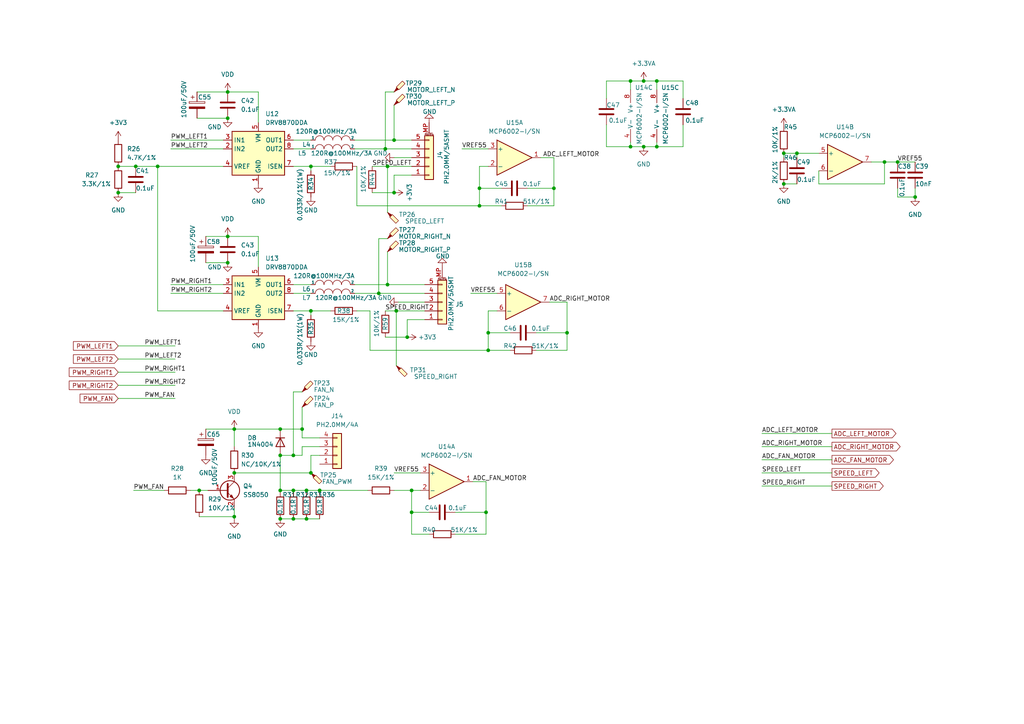
<source format=kicad_sch>
(kicad_sch (version 20230121) (generator eeschema)
  (paper "A4")
  (lib_symbols
    (symbol "Amplifier_Operational:MCP6002-xSN" (pin_names (offset 0.127))
      (property "Reference" "U" (at 0 5.08 0))
      (property "Value" "MCP6002-xSN" (at 0 -5.08 0))
      (symbol "MCP6002-xSN_1_1"
        (polyline (pts (xy -5.08 5.08) (xy 5.08 0) (xy -5.08 -5.08) (xy -5.08 5.08)) (stroke (width 0.254)) (fill (type background)))
        (pin output line (at 7.62 0 180) (length 2.54) (name "~") (number "1"))
        (pin input line (at -7.62 -2.54 0) (length 2.54) (name "-") (number "2"))
        (pin input line (at -7.62 2.54 0) (length 2.54) (name "+") (number "3"))
      )
      (symbol "MCP6002-xSN_2_1"
        (polyline (pts (xy -5.08 5.08) (xy 5.08 0) (xy -5.08 -5.08) (xy -5.08 5.08)) (stroke (width 0.254)) (fill (type background)))
        (pin input line (at -7.62 2.54 0) (length 2.54) (name "+") (number "5"))
        (pin input line (at -7.62 -2.54 0) (length 2.54) (name "-") (number "6"))
        (pin output line (at 7.62 0 180) (length 2.54) (name "~") (number "7"))
      )
      (symbol "MCP6002-xSN_3_1"
        (pin power_in line (at -2.54 -7.62 90) (length 3.81) (name "V-") (number "4"))
        (pin power_in line (at -2.54 7.62 270) (length 3.81) (name "V+") (number "8"))
      )
    )
    (symbol "Connector:TestPoint_Probe" (pin_numbers hide) (pin_names (offset 0.762) hide)
      (property "Reference" "TP" (at 1.651 5.842 0))
      (property "Value" "TestPoint_Probe" (at 1.651 4.064 0))
      (symbol "TestPoint_Probe_0_1"
        (polyline (pts (xy 1.27 0.762) (xy 0 0) (xy 0.762 1.27) (xy 1.27 0.762)) (fill (type outline)))
        (polyline (pts (xy 1.397 0.635) (xy 0.635 1.397) (xy 2.413 3.175) (xy 3.175 2.413) (xy 1.397 0.635)) (fill (type background)))
      )
      (symbol "TestPoint_Probe_1_1"
        (pin passive line (at 0 0 90) (length 0) (name "1") (number "1"))
      )
    )
    (symbol "Connector_Generic:Conn_01x04" (pin_names (offset 1.016) hide)
      (property "Reference" "J" (at 0 5.08 0))
      (property "Value" "Conn_01x04" (at 0 -7.62 0))
      (symbol "Conn_01x04_1_1"
        (rectangle (start -1.27 -4.953) (end 0 -5.207) (stroke (width 0.1524)))
        (rectangle (start -1.27 -2.413) (end 0 -2.667) (stroke (width 0.1524)))
        (rectangle (start -1.27 0.127) (end 0 -0.127) (stroke (width 0.1524)))
        (rectangle (start -1.27 2.667) (end 0 2.413) (stroke (width 0.1524)))
        (rectangle (start -1.27 3.81) (end 1.27 -6.35) (stroke (width 0.254)) (fill (type background)))
        (pin passive line (at -5.08 2.54 0) (length 3.81) (name "Pin_1") (number "1"))
        (pin passive line (at -5.08 0 0) (length 3.81) (name "Pin_2") (number "2"))
        (pin passive line (at -5.08 -2.54 0) (length 3.81) (name "Pin_3") (number "3"))
        (pin passive line (at -5.08 -5.08 0) (length 3.81) (name "Pin_4") (number "4"))
      )
    )
    (symbol "Connector_Generic_MountingPin:Conn_01x05_MountingPin" (pin_names (offset 1.016) hide)
      (property "Reference" "J" (at 0 7.62 0))
      (property "Value" "Conn_01x05_MountingPin" (at 1.27 -7.62 0))
      (symbol "Conn_01x05_MountingPin_1_1"
        (rectangle (start -1.27 -4.953) (end 0 -5.207) (stroke (width 0.1524)))
        (rectangle (start -1.27 -2.413) (end 0 -2.667) (stroke (width 0.1524)))
        (rectangle (start -1.27 0.127) (end 0 -0.127) (stroke (width 0.1524)))
        (rectangle (start -1.27 2.667) (end 0 2.413) (stroke (width 0.1524)))
        (rectangle (start -1.27 5.207) (end 0 4.953) (stroke (width 0.1524)))
        (rectangle (start -1.27 6.35) (end 1.27 -6.35) (stroke (width 0.254)) (fill (type background)))
        (polyline (pts (xy -1.016 -7.112) (xy 1.016 -7.112)) (stroke (width 0.1524)))
        (text "Mounting" (at 0 -6.731 0) (effects (font (size 0.381 0.381))))
        (pin passive line (at -5.08 5.08 0) (length 3.81) (name "Pin_1") (number "1"))
        (pin passive line (at -5.08 2.54 0) (length 3.81) (name "Pin_2") (number "2"))
        (pin passive line (at -5.08 0 0) (length 3.81) (name "Pin_3") (number "3"))
        (pin passive line (at -5.08 -2.54 0) (length 3.81) (name "Pin_4") (number "4"))
        (pin passive line (at -5.08 -5.08 0) (length 3.81) (name "Pin_5") (number "5"))
        (pin passive line (at 0 -10.16 90) (length 3.048) (name "MountPin") (number "MP"))
      )
    )
    (symbol "Device:C" (pin_numbers hide) (pin_names (offset 0.254))
      (property "Reference" "C" (at 0.635 2.54 0))
      (property "Value" "C" (at 0.635 -2.54 0))
      (symbol "C_0_1"
        (polyline (pts (xy -2.032 -0.762) (xy 2.032 -0.762)) (stroke (width 0.508)))
        (polyline (pts (xy -2.032 0.762) (xy 2.032 0.762)) (stroke (width 0.508)))
      )
      (symbol "C_1_1"
        (pin passive line (at 0 3.81 270) (length 2.794) (name "~") (number "1"))
        (pin passive line (at 0 -3.81 90) (length 2.794) (name "~") (number "2"))
      )
    )
    (symbol "Device:C_Polarized" (pin_numbers hide) (pin_names (offset 0.254))
      (property "Reference" "C" (at 0.635 2.54 0))
      (property "Value" "C_Polarized" (at 0.635 -2.54 0))
      (symbol "C_Polarized_0_1"
        (rectangle (start -2.286 0.508) (end 2.286 1.016))
        (polyline (pts (xy -1.778 2.286) (xy -0.762 2.286)))
        (polyline (pts (xy -1.27 2.794) (xy -1.27 1.778)))
        (rectangle (start 2.286 -0.508) (end -2.286 -1.016) (fill (type outline)))
      )
      (symbol "C_Polarized_1_1"
        (pin passive line (at 0 3.81 270) (length 2.794) (name "~") (number "1"))
        (pin passive line (at 0 -3.81 90) (length 2.794) (name "~") (number "2"))
      )
    )
    (symbol "Device:D" (pin_numbers hide) (pin_names (offset 1.016) hide)
      (property "Reference" "D" (at 0 2.54 0))
      (property "Value" "D" (at 0 -2.54 0))
      (symbol "D_0_1"
        (polyline (pts (xy -1.27 1.27) (xy -1.27 -1.27)) (stroke (width 0.254)))
        (polyline (pts (xy 1.27 0) (xy -1.27 0)))
        (polyline (pts (xy 1.27 1.27) (xy 1.27 -1.27) (xy -1.27 0) (xy 1.27 1.27)) (stroke (width 0.254)))
      )
      (symbol "D_1_1"
        (pin passive line (at -3.81 0 0) (length 2.54) (name "K") (number "1"))
        (pin passive line (at 3.81 0 180) (length 2.54) (name "A") (number "2"))
      )
    )
    (symbol "Device:Q_NPN_BEC" (pin_names (offset 0) hide)
      (property "Reference" "Q" (at 5.08 1.27 0))
      (property "Value" "Q_NPN_BEC" (at 5.08 -1.27 0))
      (symbol "Q_NPN_BEC_0_1"
        (polyline (pts (xy 0.635 0.635) (xy 2.54 2.54)))
        (polyline (pts (xy 0.635 -0.635) (xy 2.54 -2.54) (xy 2.54 -2.54)))
        (polyline (pts (xy 0.635 1.905) (xy 0.635 -1.905) (xy 0.635 -1.905)) (stroke (width 0.508)))
        (polyline (pts (xy 1.27 -1.778) (xy 1.778 -1.27) (xy 2.286 -2.286) (xy 1.27 -1.778) (xy 1.27 -1.778)) (fill (type outline)))
        (circle (center 1.27 0) (radius 2.8194) (stroke (width 0.254)))
      )
      (symbol "Q_NPN_BEC_1_1"
        (pin input line (at -5.08 0 0) (length 5.715) (name "B") (number "1"))
        (pin passive line (at 2.54 -5.08 90) (length 2.54) (name "E") (number "2"))
        (pin passive line (at 2.54 5.08 270) (length 2.54) (name "C") (number "3"))
      )
    )
    (symbol "Device:R" (pin_numbers hide) (pin_names (offset 0))
      (property "Reference" "R" (at 2.032 0 90))
      (property "Value" "R" (at 0 0 90))
      (symbol "R_0_1"
        (rectangle (start -1.016 -2.54) (end 1.016 2.54) (stroke (width 0.254)))
      )
      (symbol "R_1_1"
        (pin passive line (at 0 3.81 270) (length 1.27) (name "~") (number "1"))
        (pin passive line (at 0 -3.81 90) (length 1.27) (name "~") (number "2"))
      )
    )
    (symbol "Driver_Motor:DRV8870DDA"
      (property "Reference" "U" (at -6.35 6.35 0))
      (property "Value" "DRV8870DDA" (at 8.89 6.35 0))
      (symbol "DRV8870DDA_0_1"
        (rectangle (start -7.62 5.08) (end 7.62 -7.62) (stroke (width 0.254)) (fill (type background)))
      )
      (symbol "DRV8870DDA_1_1"
        (pin power_in line (at 0 -10.16 90) (length 2.54) (name "GND") (number "1"))
        (pin input line (at -10.16 0 0) (length 2.54) (name "IN2") (number "2"))
        (pin input line (at -10.16 2.54 0) (length 2.54) (name "IN1") (number "3"))
        (pin input line (at -10.16 -5.08 0) (length 2.54) (name "VREF") (number "4"))
        (pin power_in line (at 0 7.62 270) (length 2.54) (name "VM") (number "5"))
        (pin output line (at 10.16 2.54 180) (length 2.54) (name "OUT1") (number "6"))
        (pin passive line (at 10.16 -5.08 180) (length 2.54) (name "ISEN") (number "7"))
        (pin output line (at 10.16 0 180) (length 2.54) (name "OUT2") (number "8"))
        (pin passive line (at 0 -10.16 90) (length 2.54) hide (name "GND") (number "9"))
      )
    )
    (symbol "power:+3.3VA" (power) (pin_names (offset 0))
      (property "Value" "+3.3VA" (at 0 3.556 0))
      (symbol "+3.3VA_0_1"
        (polyline (pts (xy -0.762 1.27) (xy 0 2.54)))
        (polyline (pts (xy 0 0) (xy 0 2.54)))
        (polyline (pts (xy 0 2.54) (xy 0.762 1.27)))
      )
      (symbol "+3.3VA_1_1"
        (pin power_in line (at 0 0 90) (length 0) hide (name "+3.3VA") (number "1"))
      )
    )
    (symbol "power:+3V3" (power) (pin_names (offset 0))
      (property "Value" "+3V3" (at 0 3.556 0))
      (symbol "+3V3_0_1"
        (polyline (pts (xy -0.762 1.27) (xy 0 2.54)))
        (polyline (pts (xy 0 0) (xy 0 2.54)))
        (polyline (pts (xy 0 2.54) (xy 0.762 1.27)))
      )
      (symbol "+3V3_1_1"
        (pin power_in line (at 0 0 90) (length 0) hide (name "+3V3") (number "1"))
      )
    )
    (symbol "power:GND" (power) (pin_names (offset 0))
      (property "Value" "GND" (at 0 -3.81 0))
      (symbol "GND_0_1"
        (polyline (pts (xy 0 0) (xy 0 -1.27) (xy 1.27 -1.27) (xy 0 -2.54) (xy -1.27 -1.27) (xy 0 -1.27)))
      )
      (symbol "GND_1_1"
        (pin power_in line (at 0 0 270) (length 0) hide (name "GND") (number "1"))
      )
    )
    (symbol "power:VDD" (power) (pin_names (offset 0))
      (property "Value" "VDD" (at 0 3.81 0))
      (symbol "VDD_0_1"
        (polyline (pts (xy -0.762 1.27) (xy 0 2.54)))
        (polyline (pts (xy 0 0) (xy 0 2.54)))
        (polyline (pts (xy 0 2.54) (xy 0.762 1.27)))
      )
      (symbol "VDD_1_1"
        (pin power_in line (at 0 0 90) (length 0) hide (name "VDD") (number "1"))
      )
    )
    (symbol "pspice:INDUCTOR" (pin_numbers hide) (pin_names (offset 0))
      (property "Reference" "L" (at 0 2.54 0))
      (property "Value" "INDUCTOR" (at 0 -1.27 0))
      (symbol "INDUCTOR_0_1"
        (arc (start -2.54 0) (mid -3.81 1.2645) (end -5.08 0))
        (arc (start 0 0) (mid -1.27 1.2645) (end -2.54 0))
        (arc (start 2.54 0) (mid 1.27 1.2645) (end 0 0))
        (arc (start 5.08 0) (mid 3.81 1.2645) (end 2.54 0))
      )
      (symbol "INDUCTOR_1_1"
        (pin input line (at -6.35 0 0) (length 1.27) (name "1") (number "1"))
        (pin input line (at 6.35 0 180) (length 1.27) (name "2") (number "2"))
      )
    )
  )
  (junction (at 118.11 97.79))
  (junction (at 39.37 48.26))
  (junction (at 90.17 48.26))
  (junction (at 66.04 68.58))
  (junction (at 140.97 148.59))
  (junction (at 88.9 150.495))
  (junction (at 186.69 23.495))
  (junction (at 139.065 54.61))
  (junction (at 88.9 142.24))
  (junction (at 256.54 46.99))
  (junction (at 85.09 150.495))
  (junction (at 45.72 48.26))
  (junction (at 85.09 132.08))
  (junction (at 81.28 150.495))
  (junction (at 160.655 54.61))
  (junction (at 119.38 148.59))
  (junction (at 85.09 142.24))
  (junction (at 67.945 137.16))
  (junction (at 182.88 23.495))
  (junction (at 114.935 90.17))
  (junction (at 81.28 124.46))
  (junction (at 67.945 149.86))
  (junction (at 57.785 142.24))
  (junction (at 190.5 42.545))
  (junction (at 164.465 96.52))
  (junction (at 114.3 55.88))
  (junction (at 67.945 124.46))
  (junction (at 34.29 48.26))
  (junction (at 231.14 44.45))
  (junction (at 119.38 142.24))
  (junction (at 265.43 57.15))
  (junction (at 112.395 48.26))
  (junction (at 227.33 53.34))
  (junction (at 227.33 44.45))
  (junction (at 111.76 43.18))
  (junction (at 141.605 96.52))
  (junction (at 260.35 46.99))
  (junction (at 141.605 101.6))
  (junction (at 81.28 132.08))
  (junction (at 34.29 55.88))
  (junction (at 109.855 85.09))
  (junction (at 139.065 59.69))
  (junction (at 182.88 42.545))
  (junction (at 186.69 42.545))
  (junction (at 114.3 40.64))
  (junction (at 90.17 90.17))
  (junction (at 92.71 142.24))
  (junction (at 190.5 23.495))
  (junction (at 87.63 124.46))
  (junction (at 112.395 82.55))
  (junction (at 81.28 142.24))
  (junction (at 66.04 76.2))
  (junction (at 90.17 137.16))
  (junction (at 66.04 26.67))
  (junction (at 66.04 34.29))
  (wire (pts (xy 90.17 132.08) (xy 90.17 137.16)))
  (wire (pts (xy 123.19 87.63) (xy 115.57 87.63)))
  (wire (pts (xy 141.605 96.52) (xy 141.605 90.17)))
  (wire (pts (xy 112.395 69.215) (xy 109.855 69.215)))
  (wire (pts (xy 85.09 142.24) (xy 85.09 142.875)))
  (wire (pts (xy 220.98 133.35) (xy 241.3 133.35)))
  (wire (pts (xy 139.065 59.69) (xy 139.065 54.61)))
  (wire (pts (xy 119.38 142.24) (xy 119.38 148.59)))
  (wire (pts (xy 132.08 154.94) (xy 140.97 154.94)))
  (wire (pts (xy 64.77 90.17) (xy 45.72 90.17)))
  (wire (pts (xy 88.9 142.24) (xy 92.71 142.24)))
  (wire (pts (xy 119.38 148.59) (xy 124.46 148.59)))
  (wire (pts (xy 111.76 43.18) (xy 119.38 43.18)))
  (wire (pts (xy 114.3 40.64) (xy 119.38 40.64)))
  (wire (pts (xy 87.63 124.46) (xy 81.28 124.46)))
  (wire (pts (xy 112.395 73.025) (xy 112.395 82.55)))
  (wire (pts (xy 114.3 26.67) (xy 111.76 26.67)))
  (wire (pts (xy 160.655 45.72) (xy 156.845 45.72)))
  (wire (pts (xy 92.71 142.24) (xy 106.68 142.24)))
  (wire (pts (xy 260.35 57.15) (xy 265.43 57.15)))
  (wire (pts (xy 175.895 36.195) (xy 175.895 42.545)))
  (wire (pts (xy 112.395 82.55) (xy 123.19 82.55)))
  (wire (pts (xy 265.43 54.61) (xy 265.43 57.15)))
  (wire (pts (xy 59.69 124.46) (xy 67.945 124.46)))
  (wire (pts (xy 107.315 101.6) (xy 141.605 101.6)))
  (wire (pts (xy 49.53 40.64) (xy 64.77 40.64)))
  (wire (pts (xy 114.3 137.16) (xy 121.92 137.16)))
  (wire (pts (xy 182.88 23.495) (xy 186.69 23.495)))
  (wire (pts (xy 260.35 54.61) (xy 260.35 57.15)))
  (wire (pts (xy 153.035 54.61) (xy 160.655 54.61)))
  (wire (pts (xy 87.63 127) (xy 92.71 127)))
  (wire (pts (xy 140.97 139.7) (xy 137.16 139.7)))
  (wire (pts (xy 66.04 26.67) (xy 74.93 26.67)))
  (wire (pts (xy 132.08 148.59) (xy 140.97 148.59)))
  (wire (pts (xy 74.93 68.58) (xy 74.93 77.47)))
  (wire (pts (xy 220.98 129.54) (xy 241.3 129.54)))
  (wire (pts (xy 141.605 90.17) (xy 144.145 90.17)))
  (wire (pts (xy 118.11 92.71) (xy 118.11 97.79)))
  (wire (pts (xy 34.29 55.88) (xy 39.37 55.88)))
  (wire (pts (xy 85.09 85.09) (xy 90.17 85.09)))
  (wire (pts (xy 160.655 59.69) (xy 160.655 54.61)))
  (wire (pts (xy 256.54 46.99) (xy 260.35 46.99)))
  (wire (pts (xy 45.72 48.26) (xy 45.72 90.17)))
  (wire (pts (xy 182.88 23.495) (xy 182.88 26.035)))
  (wire (pts (xy 87.63 127) (xy 87.63 124.46)))
  (wire (pts (xy 114.3 30.48) (xy 114.3 40.64)))
  (wire (pts (xy 198.12 23.495) (xy 190.5 23.495)))
  (wire (pts (xy 175.895 42.545) (xy 182.88 42.545)))
  (wire (pts (xy 49.53 43.18) (xy 64.77 43.18)))
  (wire (pts (xy 85.09 142.24) (xy 88.9 142.24)))
  (wire (pts (xy 39.37 48.26) (xy 45.72 48.26)))
  (wire (pts (xy 85.09 43.18) (xy 90.17 43.18)))
  (wire (pts (xy 145.415 59.69) (xy 139.065 59.69)))
  (wire (pts (xy 136.525 85.09) (xy 144.145 85.09)))
  (wire (pts (xy 85.09 132.08) (xy 87.63 132.08)))
  (wire (pts (xy 155.575 101.6) (xy 164.465 101.6)))
  (wire (pts (xy 67.945 147.32) (xy 67.945 149.86)))
  (wire (pts (xy 237.49 53.34) (xy 256.54 53.34)))
  (wire (pts (xy 124.46 154.94) (xy 119.38 154.94)))
  (wire (pts (xy 190.5 42.545) (xy 198.12 42.545)))
  (wire (pts (xy 81.28 150.495) (xy 85.09 150.495)))
  (wire (pts (xy 186.69 23.495) (xy 190.5 23.495)))
  (wire (pts (xy 74.93 26.67) (xy 74.93 35.56)))
  (wire (pts (xy 141.605 101.6) (xy 141.605 96.52)))
  (wire (pts (xy 67.945 124.46) (xy 67.945 129.54)))
  (wire (pts (xy 220.98 125.73) (xy 241.3 125.73)))
  (wire (pts (xy 175.895 23.495) (xy 182.88 23.495)))
  (wire (pts (xy 190.5 42.545) (xy 186.69 42.545)))
  (wire (pts (xy 114.3 50.8) (xy 114.3 55.88)))
  (wire (pts (xy 190.5 41.275) (xy 190.5 42.545)))
  (wire (pts (xy 88.9 142.24) (xy 88.9 142.875)))
  (wire (pts (xy 133.985 43.18) (xy 141.605 43.18)))
  (wire (pts (xy 164.465 87.63) (xy 159.385 87.63)))
  (wire (pts (xy 85.09 40.64) (xy 90.17 40.64)))
  (wire (pts (xy 81.28 142.24) (xy 85.09 142.24)))
  (wire (pts (xy 34.29 104.14) (xy 50.8 104.14)))
  (wire (pts (xy 198.12 42.545) (xy 198.12 36.195)))
  (wire (pts (xy 90.17 48.26) (xy 95.885 48.26)))
  (wire (pts (xy 90.17 132.08) (xy 92.71 132.08)))
  (wire (pts (xy 237.49 49.53) (xy 237.49 53.34)))
  (wire (pts (xy 90.17 49.53) (xy 90.17 48.26)))
  (wire (pts (xy 164.465 101.6) (xy 164.465 96.52)))
  (wire (pts (xy 87.63 132.08) (xy 87.63 129.54)))
  (wire (pts (xy 139.065 54.61) (xy 139.065 48.26)))
  (wire (pts (xy 182.88 42.545) (xy 182.88 41.275)))
  (wire (pts (xy 190.5 26.035) (xy 190.5 23.495)))
  (wire (pts (xy 141.605 96.52) (xy 147.955 96.52)))
  (wire (pts (xy 102.87 82.55) (xy 112.395 82.55)))
  (wire (pts (xy 114.935 90.17) (xy 114.935 106.045)))
  (wire (pts (xy 57.15 26.67) (xy 66.04 26.67)))
  (wire (pts (xy 90.17 91.44) (xy 90.17 90.17)))
  (wire (pts (xy 81.28 142.24) (xy 81.28 142.875)))
  (wire (pts (xy 57.785 149.86) (xy 67.945 149.86)))
  (wire (pts (xy 85.09 48.26) (xy 90.17 48.26)))
  (wire (pts (xy 114.935 90.17) (xy 123.19 90.17)))
  (wire (pts (xy 256.54 53.34) (xy 256.54 46.99)))
  (wire (pts (xy 231.14 44.45) (xy 231.14 45.72)))
  (wire (pts (xy 227.33 53.34) (xy 231.14 53.34)))
  (wire (pts (xy 87.63 113.665) (xy 85.09 113.665)))
  (wire (pts (xy 140.97 154.94) (xy 140.97 148.59)))
  (wire (pts (xy 81.28 132.08) (xy 85.09 132.08)))
  (wire (pts (xy 87.63 129.54) (xy 92.71 129.54)))
  (wire (pts (xy 59.69 68.58) (xy 66.04 68.58)))
  (wire (pts (xy 153.035 59.69) (xy 160.655 59.69)))
  (wire (pts (xy 34.29 100.33) (xy 50.8 100.33)))
  (wire (pts (xy 119.38 45.72) (xy 114.3 45.72)))
  (wire (pts (xy 88.9 150.495) (xy 92.71 150.495)))
  (wire (pts (xy 256.54 46.99) (xy 252.73 46.99)))
  (wire (pts (xy 45.72 48.26) (xy 64.77 48.26)))
  (wire (pts (xy 107.315 90.17) (xy 107.315 101.6)))
  (wire (pts (xy 160.655 54.61) (xy 160.655 45.72)))
  (wire (pts (xy 107.315 90.17) (xy 103.505 90.17)))
  (wire (pts (xy 111.76 26.67) (xy 111.76 43.18)))
  (wire (pts (xy 111.76 90.17) (xy 114.935 90.17)))
  (wire (pts (xy 260.35 46.99) (xy 265.43 46.99)))
  (wire (pts (xy 227.33 45.72) (xy 227.33 44.45)))
  (wire (pts (xy 85.09 150.495) (xy 88.9 150.495)))
  (wire (pts (xy 85.09 90.17) (xy 90.17 90.17)))
  (wire (pts (xy 57.15 34.29) (xy 66.04 34.29)))
  (wire (pts (xy 49.53 82.55) (xy 64.77 82.55)))
  (wire (pts (xy 139.065 48.26) (xy 141.605 48.26)))
  (wire (pts (xy 114.3 50.8) (xy 119.38 50.8)))
  (wire (pts (xy 119.38 148.59) (xy 119.38 154.94)))
  (wire (pts (xy 90.17 90.17) (xy 95.885 90.17)))
  (wire (pts (xy 109.855 69.215) (xy 109.855 85.09)))
  (wire (pts (xy 57.785 142.24) (xy 60.325 142.24)))
  (wire (pts (xy 164.465 96.52) (xy 164.465 87.63)))
  (wire (pts (xy 220.98 137.16) (xy 241.3 137.16)))
  (wire (pts (xy 155.575 96.52) (xy 164.465 96.52)))
  (wire (pts (xy 34.29 111.76) (xy 50.8 111.76)))
  (wire (pts (xy 107.95 55.88) (xy 114.3 55.88)))
  (wire (pts (xy 140.97 148.59) (xy 140.97 139.7)))
  (wire (pts (xy 85.09 113.665) (xy 85.09 132.08)))
  (wire (pts (xy 34.29 107.95) (xy 50.8 107.95)))
  (wire (pts (xy 112.395 48.26) (xy 119.38 48.26)))
  (wire (pts (xy 231.14 44.45) (xy 237.49 44.45)))
  (wire (pts (xy 103.505 59.69) (xy 139.065 59.69)))
  (wire (pts (xy 34.29 115.57) (xy 50.8 115.57)))
  (wire (pts (xy 175.895 28.575) (xy 175.895 23.495)))
  (wire (pts (xy 34.29 48.26) (xy 39.37 48.26)))
  (wire (pts (xy 38.735 142.24) (xy 47.625 142.24)))
  (wire (pts (xy 103.505 48.26) (xy 103.505 59.69)))
  (wire (pts (xy 67.945 150.495) (xy 67.945 149.86)))
  (wire (pts (xy 119.38 142.24) (xy 121.92 142.24)))
  (wire (pts (xy 92.71 142.24) (xy 92.71 142.875)))
  (wire (pts (xy 87.63 118.11) (xy 87.63 124.46)))
  (wire (pts (xy 220.98 140.97) (xy 241.3 140.97)))
  (wire (pts (xy 102.87 40.64) (xy 114.3 40.64)))
  (wire (pts (xy 186.69 42.545) (xy 182.88 42.545)))
  (wire (pts (xy 147.955 101.6) (xy 141.605 101.6)))
  (wire (pts (xy 111.76 97.79) (xy 118.11 97.79)))
  (wire (pts (xy 85.09 82.55) (xy 90.17 82.55)))
  (wire (pts (xy 145.415 54.61) (xy 139.065 54.61)))
  (wire (pts (xy 81.28 132.08) (xy 81.28 142.24)))
  (wire (pts (xy 102.87 43.18) (xy 111.76 43.18)))
  (wire (pts (xy 59.69 76.2) (xy 66.04 76.2)))
  (wire (pts (xy 66.04 68.58) (xy 74.93 68.58)))
  (wire (pts (xy 114.3 142.24) (xy 119.38 142.24)))
  (wire (pts (xy 55.245 142.24) (xy 57.785 142.24)))
  (wire (pts (xy 112.395 48.26) (xy 112.395 61.595)))
  (wire (pts (xy 118.11 92.71) (xy 123.19 92.71)))
  (wire (pts (xy 107.95 48.26) (xy 112.395 48.26)))
  (wire (pts (xy 67.945 137.16) (xy 90.17 137.16)))
  (wire (pts (xy 67.945 124.46) (xy 81.28 124.46)))
  (wire (pts (xy 109.855 85.09) (xy 123.19 85.09)))
  (wire (pts (xy 198.12 28.575) (xy 198.12 23.495)))
  (wire (pts (xy 49.53 85.09) (xy 64.77 85.09)))
  (wire (pts (xy 227.33 44.45) (xy 231.14 44.45)))
  (wire (pts (xy 102.87 85.09) (xy 109.855 85.09)))
  (label "VREF55" (at 114.3 137.16 0))
  (label "ADC_RIGHT_MOTOR" (at 159.385 87.63 0))
  (label "VREF55" (at 133.985 43.18 0))
  (label "ADC_FAN_MOTOR" (at 137.16 139.7 0))
  (label "PWM_LEFT2" (at 41.91 104.14 0))
  (label "ADC_RIGHT_MOTOR" (at 220.98 129.54 0))
  (label "SPEED_LEFT" (at 220.98 137.16 0))
  (label "VREF55" (at 260.35 46.99 0))
  (label "VREF55" (at 136.525 85.09 0))
  (label "PWM_FAN" (at 41.91 115.57 0))
  (label "SPEED_RIGHT" (at 220.98 140.97 0))
  (label "SPEED_RIGHT" (at 111.76 90.17 0))
  (label "PWM_LEFT1" (at 49.53 40.64 0))
  (label "SPEED_LEFT" (at 107.95 48.26 0))
  (label "PWM_RIGHT2" (at 41.91 111.76 0))
  (label "ADC_FAN_MOTOR" (at 220.98 133.35 0))
  (label "PWM_RIGHT1" (at 49.53 82.55 0))
  (label "PWM_LEFT1" (at 41.91 100.33 0))
  (label "PWM_LEFT2" (at 49.53 43.18 0))
  (label "ADC_LEFT_MOTOR" (at 157.48 45.72 0))
  (label "PWM_RIGHT1" (at 41.91 107.95 0))
  (label "PWM_RIGHT2" (at 49.53 85.09 0))
  (label "PWM_FAN" (at 38.735 142.24 0))
  (label "ADC_LEFT_MOTOR" (at 220.98 125.73 0))
  (global_label "PWM_FAN" (shape input) (at 34.29 115.57 180) (property "Intersheetrefs" "${INTERSHEET_REFS}" (effects hide)))
  (global_label "ADC_FAN_MOTOR" (shape output) (at 241.3 133.35 0) (property "Intersheetrefs" "${INTERSHEET_REFS}" (effects hide)))
  (global_label "PWM_RIGHT2" (shape input) (at 34.29 111.76 180) (property "Intersheetrefs" "${INTERSHEET_REFS}" (effects hide)))
  (global_label "ADC_LEFT_MOTOR" (shape output) (at 241.3 125.73 0) (property "Intersheetrefs" "${INTERSHEET_REFS}" (effects hide)))
  (global_label "PWM_LEFT2" (shape input) (at 34.29 104.14 180) (property "Intersheetrefs" "${INTERSHEET_REFS}" (effects hide)))
  (global_label "ADC_RIGHT_MOTOR" (shape output) (at 241.3 129.54 0) (property "Intersheetrefs" "${INTERSHEET_REFS}" (effects hide)))
  (global_label "SPEED_LEFT" (shape output) (at 241.3 137.16 0) (property "Intersheetrefs" "${INTERSHEET_REFS}" (effects hide)))
  (global_label "PWM_RIGHT1" (shape input) (at 34.29 107.95 180) (property "Intersheetrefs" "${INTERSHEET_REFS}" (effects hide)))
  (global_label "SPEED_RIGHT" (shape output) (at 241.3 140.97 0) (property "Intersheetrefs" "${INTERSHEET_REFS}" (effects hide)))
  (global_label "PWM_LEFT1" (shape input) (at 34.29 100.33 180) (property "Intersheetrefs" "${INTERSHEET_REFS}" (effects hide)))
  (symbol (lib_id "Connector:TestPoint_Probe") (at 112.395 73.025 0) (unit 1)
    (property "Reference" "TP28" (at 118.11 70.485 0))
    (property "Value" "MOTOR_RIGHT_P" (at 123.19 72.39 0))
    (property "Footprint" "TestPoint:TestPoint_Pad_D1.0mm" (effects hide))
  )
  (symbol (lib_id "Device:C") (at 66.04 72.39 0) (unit 1)
    (property "Reference" "C43" (at 69.85 71.1199 0) (effects (justify left)))
    (property "Value" "0.1uF" (at 69.85 73.6599 0) (effects (justify left)))
    (property "Footprint" "Capacitor_SMD:C_0603_1608Metric" (effects hide))
  )
  (symbol (lib_id "Device:C") (at 151.765 96.52 90) (unit 1)
    (property "Reference" "C46" (at 147.955 95.25 90))
    (property "Value" "0.1uF" (at 156.845 95.25 90))
    (property "Footprint" "Capacitor_SMD:C_0603_1608Metric" (effects hide))
  )
  (symbol (lib_id "Device:C") (at 231.14 49.53 0) (unit 1)
    (property "Reference" "C49" (at 231.14 46.99 0) (effects (justify left)))
    (property "Value" "0.1uF" (at 231.14 52.07 0) (effects (justify left)))
    (property "Footprint" "Capacitor_SMD:C_0603_1608Metric" (effects hide))
  )
  (symbol (lib_id "Amplifier_Operational:MCP6002-xSN") (at 149.225 45.72 0) (unit 1)
    (property "Reference" "U15" (at 149.225 35.56 0))
    (property "Value" "MCP6002-I/SN" (at 149.225 38.1 0))
    (property "Footprint" "Package_SO:SOIC-8_3.9x4.9mm_P1.27mm" (effects hide))
    (property "Datasheet" "http://ww1.microchip.com/downloads/en/DeviceDoc/21733j.pdf" (effects hide))
  )
  (symbol (lib_id "Device:R") (at 57.785 146.05 180) (unit 1)
    (property "Reference" "R29" (at 60.325 144.7799 0) (effects (justify right)))
    (property "Value" "10K/1%" (at 60.325 147.3199 0) (effects (justify right)))
    (property "Footprint" "Resistor_SMD:R_0603_1608Metric" (effects hide))
  )
  (symbol (lib_id "Device:C") (at 175.895 32.385 0) (unit 1)
    (property "Reference" "C47" (at 175.895 30.48 0) (effects (justify left)))
    (property "Value" "0.1uF" (at 176.53 34.925 0) (effects (justify left)))
    (property "Footprint" "Capacitor_SMD:C_0603_1608Metric" (effects hide))
  )
  (symbol (lib_id "Device:R") (at 227.33 49.53 0) (unit 1)
    (property "Reference" "R46" (at 227.33 45.72 0) (effects (justify left)))
    (property "Value" "2K/1%" (at 224.79 53.34 90) (effects (justify left)))
    (property "Footprint" "Resistor_SMD:R_0603_1608Metric" (effects hide))
  )
  (symbol (lib_id "power:GND") (at 74.93 53.34 0) (unit 1)
    (property "Reference" "#PWR0161" (effects hide))
    (property "Value" "GND" (at 74.93 58.42 0))
  )
  (symbol (lib_id "Device:R") (at 110.49 142.24 90) (unit 1)
    (property "Reference" "R39" (at 110.49 135.89 90))
    (property "Value" "15K/1%" (at 110.49 138.43 90))
    (property "Footprint" "Resistor_SMD:R_0603_1608Metric" (effects hide))
  )
  (symbol (lib_id "Device:R") (at 90.17 95.25 0) (unit 1)
    (property "Reference" "R35" (at 90.17 97.155 90) (effects (justify left)))
    (property "Value" "0.033R/1%(1W)" (at 86.995 106.045 90) (effects (justify left)))
    (property "Footprint" "Resistor_SMD:R_1206_3216Metric" (effects hide))
  )
  (symbol (lib_id "Device:R") (at 111.76 93.98 0) (unit 1)
    (property "Reference" "R59" (at 111.76 95.885 90) (effects (justify left)))
    (property "Value" "10K/1%" (at 109.22 97.79 90) (effects (justify left)))
    (property "Footprint" "Resistor_SMD:R_0603_1608Metric" (effects hide))
  )
  (symbol (lib_id "power:+3V3") (at 118.11 97.79 270) (unit 1)
    (property "Reference" "#PWR0149" (effects hide))
    (property "Value" "+3V3" (at 121.285 97.7899 90) (effects (justify left)))
  )
  (symbol (lib_id "Amplifier_Operational:MCP6002-xSN") (at 151.765 87.63 0) (unit 2)
    (property "Reference" "U15" (at 151.765 76.835 0))
    (property "Value" "MCP6002-I/SN" (at 151.765 79.375 0))
    (property "Footprint" "Package_SO:SOIC-8_3.9x4.9mm_P1.27mm" (effects hide))
    (property "Datasheet" "http://ww1.microchip.com/downloads/en/DeviceDoc/21733j.pdf" (effects hide))
  )
  (symbol (lib_id "power:GND") (at 67.945 150.495 0) (unit 1)
    (property "Reference" "#PWR0164" (effects hide))
    (property "Value" "GND" (at 67.945 155.575 0))
  )
  (symbol (lib_id "Driver_Motor:DRV8870DDA") (at 74.93 85.09 0) (unit 1)
    (property "Reference" "U13" (at 76.9494 74.93 0) (effects (justify left)))
    (property "Value" "DRV8870DDA" (at 76.9494 77.47 0) (effects (justify left)))
    (property "Footprint" "Package_SO:Texas_HTSOP-8-1EP_3.9x4.9mm_P1.27mm_EP2.95x4.9mm_Mask2.4x3.1mm_ThermalVias" (effects hide))
    (property "Datasheet" "http://www.ti.com/lit/ds/symlink/drv8870.pdf" (effects hide))
  )
  (symbol (lib_id "power:+3V3") (at 34.29 40.64 0) (unit 1)
    (property "Reference" "#PWR0183" (effects hide))
    (property "Value" "+3V3" (at 34.29 35.56 0))
  )
  (symbol (lib_id "Amplifier_Operational:MCP6002-xSN") (at 129.54 139.7 0) (unit 1)
    (property "Reference" "U14" (at 129.54 129.54 0))
    (property "Value" "MCP6002-I/SN" (at 129.54 132.08 0))
    (property "Footprint" "Package_SO:SOIC-8_3.9x4.9mm_P1.27mm" (effects hide))
    (property "Datasheet" "http://ww1.microchip.com/downloads/en/DeviceDoc/21733j.pdf" (effects hide))
  )
  (symbol (lib_id "power:GND") (at 186.69 42.545 0) (unit 1)
    (property "Reference" "#PWR0169" (effects hide))
    (property "Value" "GND" (at 186.69 47.625 0))
  )
  (symbol (lib_id "power:GND") (at 34.29 55.88 0) (unit 1)
    (property "Reference" "#PWR0184" (effects hide))
    (property "Value" "GND" (at 34.29 60.96 0))
  )
  (symbol (lib_id "Driver_Motor:DRV8870DDA") (at 74.93 43.18 0) (unit 1)
    (property "Reference" "U12" (at 76.9494 33.02 0) (effects (justify left)))
    (property "Value" "DRV8870DDA" (at 76.9494 35.56 0) (effects (justify left)))
    (property "Footprint" "Package_SO:Texas_HTSOP-8-1EP_3.9x4.9mm_P1.27mm_EP2.95x4.9mm_Mask2.4x3.1mm_ThermalVias" (effects hide))
    (property "Datasheet" "http://www.ti.com/lit/ds/symlink/drv8870.pdf" (effects hide))
  )
  (symbol (lib_id "Device:R") (at 99.695 48.26 90) (unit 1)
    (property "Reference" "R37" (at 95.885 46.99 90))
    (property "Value" "15K/1%" (at 97.79 50.165 90))
    (property "Footprint" "Resistor_SMD:R_0603_1608Metric" (effects hide))
  )
  (symbol (lib_id "power:GND") (at 66.04 34.29 0) (unit 1)
    (property "Reference" "#PWR0173" (effects hide))
    (property "Value" "GND" (at 62.23 36.83 0))
  )
  (symbol (lib_id "Device:C_Polarized") (at 57.15 30.48 0) (unit 1)
    (property "Reference" "C55" (at 57.404 28.194 0) (effects (justify left)))
    (property "Value" "100uF/50V" (at 53.34 34.29 90) (effects (justify left)))
    (property "Footprint" "Capacitor_SMD:CP_Elec_6.3x7.7" (effects hide))
  )
  (symbol (lib_id "Device:R") (at 227.33 40.64 0) (unit 1)
    (property "Reference" "R45" (at 227.33 36.83 0) (effects (justify left)))
    (property "Value" "10K/1%" (at 224.79 44.45 90) (effects (justify left)))
    (property "Footprint" "Resistor_SMD:R_0603_1608Metric" (effects hide))
  )
  (symbol (lib_id "power:+3.3VA") (at 227.33 36.83 0) (unit 1)
    (property "Reference" "#PWR0179" (effects hide))
    (property "Value" "+3.3VA" (at 227.33 31.75 0))
  )
  (symbol (lib_id "power:GND") (at 114.3 45.72 270) (unit 1)
    (property "Reference" "#PWR0127" (effects hide))
    (property "Value" "GND" (at 112.395 44.45 90) (effects (justify right)))
  )
  (symbol (lib_id "Connector_Generic_MountingPin:Conn_01x05_MountingPin") (at 124.46 45.72 0) (mirror x) (unit 1)
    (property "Reference" "J4" (at 127.635 43.815 90) (effects (justify left)))
    (property "Value" "PH2.0MM/5ASMT" (at 129.54 37.465 90) (effects (justify left)))
    (property "Footprint" "Connector_JST:JST_PH_B5B-PH-SM4-TB_1x05-1MP_P2.00mm_Vertical" (effects hide))
  )
  (symbol (lib_id "power:GND") (at 90.17 57.15 0) (unit 1)
    (property "Reference" "#PWR0172" (effects hide))
    (property "Value" "GND" (at 90.17 60.96 0))
  )
  (symbol (lib_id "power:GND") (at 115.57 87.63 270) (unit 1)
    (property "Reference" "#PWR0126" (effects hide))
    (property "Value" "GND" (at 113.665 86.36 90) (effects (justify right)))
  )
  (symbol (lib_id "Device:C") (at 149.225 54.61 90) (unit 1)
    (property "Reference" "C45" (at 145.415 53.34 90))
    (property "Value" "0.1uF" (at 154.305 53.34 90))
    (property "Footprint" "Capacitor_SMD:C_0603_1608Metric" (effects hide))
  )
  (symbol (lib_id "Connector:TestPoint_Probe") (at 87.63 113.665 0) (unit 1)
    (property "Reference" "TP23" (at 93.345 111.125 0))
    (property "Value" "FAN_N" (at 93.98 113.03 0))
    (property "Footprint" "TestPoint:TestPoint_Pad_D1.0mm" (effects hide))
  )
  (symbol (lib_id "Device:R") (at 128.27 154.94 90) (unit 1)
    (property "Reference" "R40" (at 124.46 153.67 90))
    (property "Value" "51K/1%" (at 134.62 153.67 90))
    (property "Footprint" "Resistor_SMD:R_0603_1608Metric" (effects hide))
  )
  (symbol (lib_id "Device:C") (at 66.04 30.48 0) (unit 1)
    (property "Reference" "C42" (at 69.85 29.2099 0) (effects (justify left)))
    (property "Value" "0.1uF" (at 69.85 31.7499 0) (effects (justify left)))
    (property "Footprint" "Capacitor_SMD:C_0603_1608Metric" (effects hide))
  )
  (symbol (lib_id "Device:R") (at 149.225 59.69 90) (unit 1)
    (property "Reference" "R41" (at 145.415 58.42 90))
    (property "Value" "51K/1%" (at 155.575 58.42 90))
    (property "Footprint" "Resistor_SMD:R_0603_1608Metric" (effects hide))
  )
  (symbol (lib_id "Amplifier_Operational:MCP6002-xSN") (at 193.04 33.655 0) (unit 3)
    (property "Reference" "U15" (at 191.77 25.4 0) (effects (justify left)))
    (property "Value" "MCP6002-I/SN" (at 193.04 41.91 90) (effects (justify left)))
    (property "Footprint" "Package_SO:SOIC-8_3.9x4.9mm_P1.27mm" (effects hide))
    (property "Datasheet" "http://ww1.microchip.com/downloads/en/DeviceDoc/21733j.pdf" (effects hide))
  )
  (symbol (lib_id "pspice:INDUCTOR") (at 96.52 82.55 0) (unit 1)
    (property "Reference" "L6" (at 88.9 83.82 0))
    (property "Value" "120R@100MHz/3A" (at 93.98 80.01 0))
    (property "Footprint" "Inductor_SMD:L_1206_3216Metric" (effects hide))
  )
  (symbol (lib_id "Device:Q_NPN_BEC") (at 65.405 142.24 0) (unit 1)
    (property "Reference" "Q4" (at 70.485 140.9699 0) (effects (justify left)))
    (property "Value" "SS8050" (at 70.485 143.5099 0) (effects (justify left)))
    (property "Footprint" "Package_TO_SOT_SMD:SOT-23" (effects hide))
  )
  (symbol (lib_id "power:GND") (at 128.27 77.47 180) (unit 1)
    (property "Reference" "#PWR0156" (effects hide))
    (property "Value" "GND" (at 126.365 74.295 0) (effects (justify right)))
  )
  (symbol (lib_id "Device:R") (at 90.17 53.34 0) (unit 1)
    (property "Reference" "R34" (at 90.17 55.245 90) (effects (justify left)))
    (property "Value" "0.033R/1%(1W)" (at 86.995 64.135 90) (effects (justify left)))
    (property "Footprint" "Resistor_SMD:R_1206_3216Metric" (effects hide))
  )
  (symbol (lib_id "Device:R") (at 88.9 146.685 0) (unit 1)
    (property "Reference" "R33" (at 89.535 143.51 0) (effects (justify left)))
    (property "Value" "0.1R" (at 88.9 149.225 90) (effects (justify left)))
    (property "Footprint" "Resistor_SMD:R_0805_2012Metric" (effects hide))
  )
  (symbol (lib_id "power:GND") (at 74.93 95.25 0) (unit 1)
    (property "Reference" "#PWR0159" (effects hide))
    (property "Value" "GND" (at 74.93 100.33 0))
  )
  (symbol (lib_id "Connector:TestPoint_Probe") (at 114.3 30.48 0) (unit 1)
    (property "Reference" "TP30" (at 120.015 27.94 0))
    (property "Value" "MOTOR_LEFT_P" (at 125.095 29.845 0))
    (property "Footprint" "TestPoint:TestPoint_Pad_D1.0mm" (effects hide))
  )
  (symbol (lib_id "power:GND") (at 90.17 99.06 0) (unit 1)
    (property "Reference" "#PWR0185" (effects hide))
    (property "Value" "GND" (at 90.17 102.87 0))
  )
  (symbol (lib_id "Device:R") (at 92.71 146.685 0) (unit 1)
    (property "Reference" "R36" (at 93.345 143.51 0) (effects (justify left)))
    (property "Value" "0.1R" (at 92.71 149.225 90) (effects (justify left)))
    (property "Footprint" "Resistor_SMD:R_0805_2012Metric" (effects hide))
  )
  (symbol (lib_id "power:GND") (at 66.04 76.2 0) (unit 1)
    (property "Reference" "#PWR0170" (effects hide))
    (property "Value" "GND" (at 62.23 77.47 0))
  )
  (symbol (lib_id "Connector:TestPoint_Probe") (at 112.395 61.595 270) (unit 1)
    (property "Reference" "TP26" (at 118.11 62.23 90))
    (property "Value" "SPEED_LEFT" (at 123.19 64.135 90))
    (property "Footprint" "TestPoint:TestPoint_Pad_D1.0mm" (effects hide))
  )
  (symbol (lib_id "Device:R") (at 34.29 44.45 0) (unit 1)
    (property "Reference" "R26" (at 36.83 43.1799 0) (effects (justify left)))
    (property "Value" "4.7K/1%" (at 36.83 45.7199 0) (effects (justify left)))
    (property "Footprint" "Resistor_SMD:R_0603_1608Metric" (effects hide))
  )
  (symbol (lib_id "power:+3V3") (at 114.3 55.88 270) (unit 1)
    (property "Reference" "#PWR0148" (effects hide))
    (property "Value" "+3V3" (at 118.745 55.88 0))
  )
  (symbol (lib_id "Connector:TestPoint_Probe") (at 87.63 118.11 0) (unit 1)
    (property "Reference" "TP24" (at 93.345 115.57 0))
    (property "Value" "FAN_P" (at 93.98 117.475 0))
    (property "Footprint" "TestPoint:TestPoint_Pad_D1.0mm" (effects hide))
  )
  (symbol (lib_id "Connector:TestPoint_Probe") (at 114.935 106.045 270) (unit 1)
    (property "Reference" "TP31" (at 121.285 107.315 90))
    (property "Value" "SPEED_RIGHT" (at 126.365 109.22 90))
    (property "Footprint" "TestPoint:TestPoint_Pad_D1.0mm" (effects hide))
  )
  (symbol (lib_id "Device:C") (at 39.37 52.07 0) (unit 1)
    (property "Reference" "C41" (at 39.37 49.53 0) (effects (justify left)))
    (property "Value" "0.1uF" (at 39.37 54.61 0) (effects (justify left)))
    (property "Footprint" "Capacitor_SMD:C_0603_1608Metric" (effects hide))
  )
  (symbol (lib_id "Connector:TestPoint_Probe") (at 114.3 26.67 0) (unit 1)
    (property "Reference" "TP29" (at 120.015 24.13 0))
    (property "Value" "MOTOR_LEFT_N" (at 125.095 26.035 0))
    (property "Footprint" "TestPoint:TestPoint_Pad_D1.0mm" (effects hide))
  )
  (symbol (lib_id "power:+3.3VA") (at 186.69 23.495 0) (unit 1)
    (property "Reference" "#PWR0168" (effects hide))
    (property "Value" "+3.3VA" (at 186.69 18.415 0))
  )
  (symbol (lib_id "Amplifier_Operational:MCP6002-xSN") (at 245.11 46.99 0) (unit 2)
    (property "Reference" "U14" (at 245.11 36.83 0))
    (property "Value" "MCP6002-I/SN" (at 245.11 39.37 0))
    (property "Footprint" "Package_SO:SOIC-8_3.9x4.9mm_P1.27mm" (effects hide))
    (property "Datasheet" "http://ww1.microchip.com/downloads/en/DeviceDoc/21733j.pdf" (effects hide))
  )
  (symbol (lib_id "Device:C_Polarized") (at 59.69 128.27 0) (unit 1)
    (property "Reference" "C65" (at 59.944 125.984 0) (effects (justify left)))
    (property "Value" "100uF/50V" (at 62.23 140.97 90) (effects (justify left)))
    (property "Footprint" "Capacitor_SMD:CP_Elec_6.3x7.7" (effects hide))
  )
  (symbol (lib_id "pspice:INDUCTOR") (at 96.52 85.09 0) (unit 1)
    (property "Reference" "L7" (at 88.9 86.36 0))
    (property "Value" "120R@100MHz/3A" (at 100.33 86.36 0))
    (property "Footprint" "Inductor_SMD:L_1206_3216Metric" (effects hide))
  )
  (symbol (lib_id "Device:R") (at 34.29 52.07 0) (unit 1)
    (property "Reference" "R27" (at 26.67 50.8 0))
    (property "Value" "3.3K/1%" (at 27.94 53.34 0))
    (property "Footprint" "Resistor_SMD:R_0603_1608Metric" (effects hide))
  )
  (symbol (lib_id "power:GND") (at 59.69 132.08 0) (unit 1)
    (property "Reference" "#PWR0165" (effects hide))
    (property "Value" "GND" (at 59.69 137.16 0))
  )
  (symbol (lib_id "Device:C") (at 198.12 32.385 0) (unit 1)
    (property "Reference" "C48" (at 198.755 29.845 0) (effects (justify left)))
    (property "Value" "0.1uF" (at 198.755 34.925 0) (effects (justify left)))
    (property "Footprint" "Capacitor_SMD:C_0603_1608Metric" (effects hide))
  )
  (symbol (lib_id "Device:C") (at 265.43 50.8 0) (unit 1)
    (property "Reference" "C39" (at 265.43 48.26 0) (effects (justify left)))
    (property "Value" "10nF" (at 265.43 53.34 0) (effects (justify left)))
    (property "Footprint" "Capacitor_SMD:C_0603_1608Metric" (effects hide))
  )
  (symbol (lib_id "Connector_Generic_MountingPin:Conn_01x05_MountingPin") (at 128.27 87.63 0) (mirror x) (unit 1)
    (property "Reference" "J5" (at 132.08 88.265 0) (effects (justify left)))
    (property "Value" "PH2.0MM/5ASMT" (at 130.81 80.01 90) (effects (justify left)))
    (property "Footprint" "Connector_JST:JST_PH_B5B-PH-SM4-TB_1x05-1MP_P2.00mm_Vertical" (effects hide))
  )
  (symbol (lib_id "pspice:INDUCTOR") (at 96.52 40.64 0) (unit 1)
    (property "Reference" "L4" (at 88.9 41.91 0))
    (property "Value" "120R@100MHz/3A" (at 94.615 38.1 0))
    (property "Footprint" "Inductor_SMD:L_1206_3216Metric" (effects hide))
  )
  (symbol (lib_id "Device:R") (at 107.95 52.07 0) (unit 1)
    (property "Reference" "R44" (at 107.95 53.975 90) (effects (justify left)))
    (property "Value" "10K/1%" (at 105.41 55.88 90) (effects (justify left)))
    (property "Footprint" "Resistor_SMD:R_0603_1608Metric" (effects hide))
  )
  (symbol (lib_id "Connector:TestPoint_Probe") (at 90.17 137.16 270) (unit 1)
    (property "Reference" "TP25" (at 95.25 137.795 90))
    (property "Value" "FAN_PWM" (at 97.79 139.7 90))
    (property "Footprint" "TestPoint:TestPoint_Pad_D1.0mm" (effects hide))
  )
  (symbol (lib_id "Device:C") (at 260.35 50.8 0) (unit 1)
    (property "Reference" "C38" (at 260.35 48.26 0) (effects (justify left)))
    (property "Value" "0.1uF" (at 261.62 57.15 90) (effects (justify left)))
    (property "Footprint" "Capacitor_SMD:C_0603_1608Metric" (effects hide))
  )
  (symbol (lib_id "pspice:INDUCTOR") (at 96.52 43.18 0) (unit 1)
    (property "Reference" "L5" (at 87.63 44.45 0))
    (property "Value" "120R@100MHz/3A" (at 99.06 44.45 0))
    (property "Footprint" "Inductor_SMD:L_1206_3216Metric" (effects hide))
  )
  (symbol (lib_id "Device:R") (at 85.09 146.685 0) (unit 1)
    (property "Reference" "R32" (at 85.725 143.51 0) (effects (justify left)))
    (property "Value" "0.1R" (at 85.09 149.225 90) (effects (justify left)))
    (property "Footprint" "Resistor_SMD:R_0805_2012Metric" (effects hide))
  )
  (symbol (lib_id "power:VDD") (at 67.945 124.46 0) (unit 1)
    (property "Reference" "#PWR0167" (effects hide))
    (property "Value" "VDD" (at 67.945 119.38 0))
  )
  (symbol (lib_id "Device:R") (at 51.435 142.24 90) (unit 1)
    (property "Reference" "R28" (at 51.435 135.89 90))
    (property "Value" "1K" (at 51.435 138.43 90))
    (property "Footprint" "Resistor_SMD:R_0603_1608Metric" (effects hide))
  )
  (symbol (lib_id "Connector:TestPoint_Probe") (at 112.395 69.215 0) (unit 1)
    (property "Reference" "TP27" (at 118.11 66.675 0))
    (property "Value" "MOTOR_RIGHT_N" (at 123.19 68.58 0))
    (property "Footprint" "TestPoint:TestPoint_Pad_D1.0mm" (effects hide))
  )
  (symbol (lib_id "Amplifier_Operational:MCP6002-xSN") (at 185.42 33.655 0) (unit 3)
    (property "Reference" "U14" (at 184.15 25.4 0) (effects (justify left)))
    (property "Value" "MCP6002-I/SN" (at 185.42 41.91 90) (effects (justify left)))
    (property "Footprint" "Package_SO:SOIC-8_3.9x4.9mm_P1.27mm" (effects hide))
    (property "Datasheet" "http://ww1.microchip.com/downloads/en/DeviceDoc/21733j.pdf" (effects hide))
  )
  (symbol (lib_id "Device:R") (at 99.695 90.17 90) (unit 1)
    (property "Reference" "R38" (at 99.695 90.17 90))
    (property "Value" "15K/1%" (at 100.33 92.71 90))
    (property "Footprint" "Resistor_SMD:R_0603_1608Metric" (effects hide))
  )
  (symbol (lib_id "power:GND") (at 124.46 35.56 180) (unit 1)
    (property "Reference" "#PWR0135" (effects hide))
    (property "Value" "GND" (at 122.555 32.385 0) (effects (justify right)))
  )
  (symbol (lib_id "power:VDD") (at 66.04 68.58 0) (unit 1)
    (property "Reference" "#PWR0171" (effects hide))
    (property "Value" "VDD" (at 66.04 63.5 0))
  )
  (symbol (lib_id "power:GND") (at 227.33 53.34 0) (unit 1)
    (property "Reference" "#PWR0175" (effects hide))
    (property "Value" "GND" (at 227.33 58.42 0))
  )
  (symbol (lib_id "Connector_Generic:Conn_01x04") (at 97.79 132.08 0) (mirror x) (unit 1)
    (property "Reference" "J14" (at 97.79 120.65 0))
    (property "Value" "PH2.0MM/4A" (at 97.79 123.19 0))
    (property "Footprint" "Connector_JST:JST_PH_B4B-PH-K_1x04_P2.00mm_Vertical" (effects hide))
  )
  (symbol (lib_id "Device:C") (at 128.27 148.59 90) (unit 1)
    (property "Reference" "C44" (at 125.095 147.32 90))
    (property "Value" "0.1uF" (at 132.715 147.32 90))
    (property "Footprint" "Capacitor_SMD:C_0603_1608Metric" (effects hide))
  )
  (symbol (lib_id "Device:R") (at 67.945 133.35 0) (mirror y) (unit 1)
    (property "Reference" "R30" (at 69.85 132.0799 0) (effects (justify right)))
    (property "Value" "NC/10K/1%" (at 69.85 134.6199 0) (effects (justify right)))
    (property "Footprint" "Resistor_SMD:R_0603_1608Metric" (effects hide))
  )
  (symbol (lib_id "power:GND") (at 265.43 57.15 0) (unit 1)
    (property "Reference" "#PWR01" (effects hide))
    (property "Value" "GND" (at 265.43 62.23 0))
  )
  (symbol (lib_id "Device:R") (at 151.765 101.6 90) (unit 1)
    (property "Reference" "R42" (at 147.955 100.33 90))
    (property "Value" "51K/1%" (at 158.115 100.33 90))
    (property "Footprint" "Resistor_SMD:R_0603_1608Metric" (effects hide))
  )
  (symbol (lib_id "Device:R") (at 81.28 146.685 0) (unit 1)
    (property "Reference" "R31" (at 81.915 143.51 0) (effects (justify left)))
    (property "Value" "0.1R" (at 81.28 149.225 90) (effects (justify left)))
    (property "Footprint" "Resistor_SMD:R_0805_2012Metric" (effects hide))
  )
  (symbol (lib_id "power:GND") (at 81.28 150.495 0) (unit 1)
    (property "Reference" "#PWR0166" (effects hide))
    (property "Value" "GND" (at 81.28 154.94 0))
  )
  (symbol (lib_id "Device:C_Polarized") (at 59.69 72.39 0) (unit 1)
    (property "Reference" "C58" (at 59.944 70.104 0) (effects (justify left)))
    (property "Value" "100uF/50V" (at 55.88 76.2 90) (effects (justify left)))
    (property "Footprint" "Capacitor_SMD:CP_Elec_6.3x7.7" (effects hide))
  )
  (symbol (lib_id "Device:D") (at 81.28 128.27 270) (unit 1)
    (property "Reference" "D8" (at 71.755 127 90) (effects (justify left)))
    (property "Value" "1N4004" (at 71.755 128.905 90) (effects (justify left)))
    (property "Footprint" "Diode_SMD:D_SMA" (effects hide))
  )
  (symbol (lib_id "power:VDD") (at 66.04 26.67 0) (unit 1)
    (property "Reference" "#PWR0174" (effects hide))
    (property "Value" "VDD" (at 66.04 21.59 0))
  )
)
</source>
